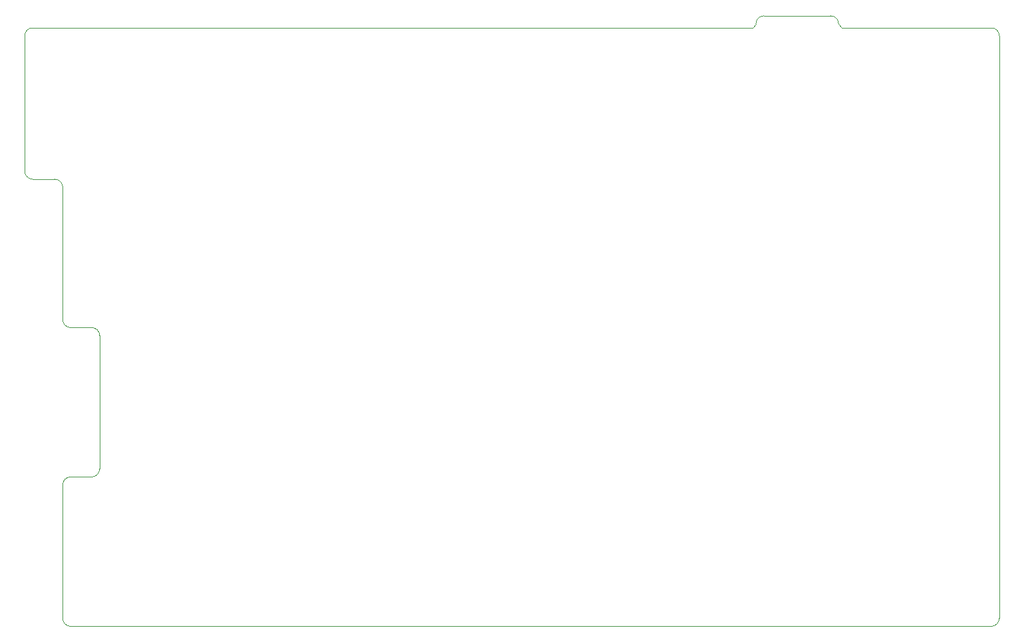
<source format=gbr>
G04 #@! TF.GenerationSoftware,KiCad,Pcbnew,(6.0.0-rc1-dev-1291-g61b749f0b)*
G04 #@! TF.CreationDate,2018-12-05T20:39:08+02:00
G04 #@! TF.ProjectId,TS48_right,54533438-5f72-4696-9768-742e6b696361,rev?*
G04 #@! TF.SameCoordinates,Original*
G04 #@! TF.FileFunction,Paste,Top*
G04 #@! TF.FilePolarity,Positive*
%FSLAX46Y46*%
G04 Gerber Fmt 4.6, Leading zero omitted, Abs format (unit mm)*
G04 Created by KiCad (PCBNEW (6.0.0-rc1-dev-1291-g61b749f0b)) date 12/5/2018 8:39:08 PM*
%MOMM*%
%LPD*%
G01*
G04 APERTURE LIST*
%ADD10C,0.100000*%
G04 APERTURE END LIST*
D10*
X183769000Y-67945000D02*
X92075000Y-67945000D01*
X195072000Y-67945000D02*
X214122000Y-67945000D01*
X184150000Y-67437000D02*
X183769000Y-67945000D01*
X194691000Y-67437000D02*
X195072000Y-67945000D01*
X215138000Y-143256000D02*
X215138000Y-68961000D01*
X96901000Y-144272000D02*
X214122000Y-144272000D01*
X95885000Y-126238000D02*
X95885000Y-143256000D01*
X99568000Y-125222000D02*
X96901000Y-125222000D01*
X100584000Y-107188000D02*
X100584000Y-124206000D01*
X96901000Y-106172000D02*
X99568000Y-106172000D01*
X95885000Y-88265000D02*
X95885000Y-105156000D01*
X92075000Y-87249000D02*
X94869000Y-87249000D01*
X91059000Y-68961000D02*
X91059000Y-86233000D01*
X193675000Y-66421000D02*
X185166000Y-66421000D01*
X193673731Y-66419731D02*
G75*
G02X194691000Y-67437000I0J-1017269D01*
G01*
X184148731Y-67438269D02*
G75*
G02X185166000Y-66421000I1017269J0D01*
G01*
X91059000Y-68961000D02*
G75*
G02X92076269Y-67943731I1017269J0D01*
G01*
X92075000Y-87249000D02*
G75*
G02X91057731Y-86231731I0J1017269D01*
G01*
X94869000Y-87249000D02*
G75*
G02X95886269Y-88266269I0J-1017269D01*
G01*
X96901000Y-106172000D02*
G75*
G02X95883731Y-105154731I0J1017269D01*
G01*
X99568000Y-106172000D02*
G75*
G02X100585269Y-107189269I0J-1017269D01*
G01*
X100584000Y-124206000D02*
G75*
G02X99566731Y-125223269I-1017269J0D01*
G01*
X95883731Y-126239269D02*
G75*
G02X96901000Y-125222000I1017269J0D01*
G01*
X96901000Y-144272000D02*
G75*
G02X95883731Y-143254731I0J1017269D01*
G01*
X215138000Y-143256000D02*
G75*
G02X214120731Y-144273269I-1017269J0D01*
G01*
X214122000Y-67945000D02*
G75*
G02X215139269Y-68962269I0J-1017269D01*
G01*
M02*

</source>
